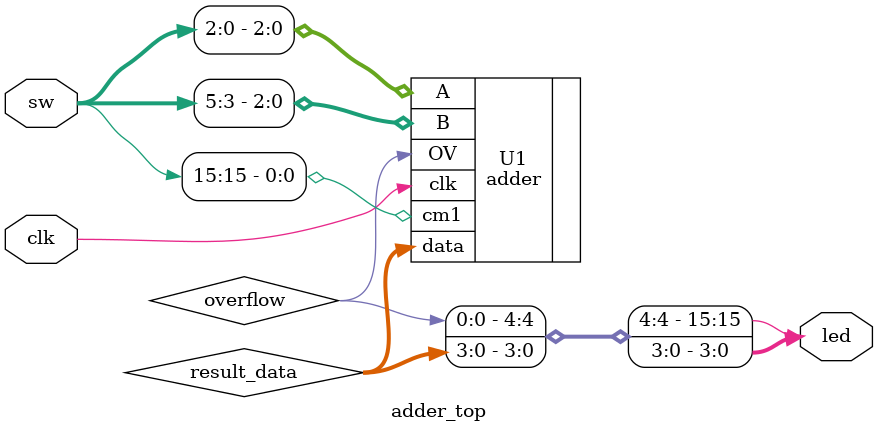
<source format=v>
module adder_top (
    clk,
    sw,
    led
);
  input clk;
  input [15:0] sw;
  output [15:0] led;

  wire [3:0] result_data;
  wire overflow;

  adder U1 (
      .clk(clk),
      .cm1(sw[15]),
      .A(sw[2:0]),
      .B(sw[5:3]),
      .data(result_data),
      .OV(overflow)
  );

  assign led[3:0] = result_data;
  assign led[15]  = overflow;

endmodule

</source>
